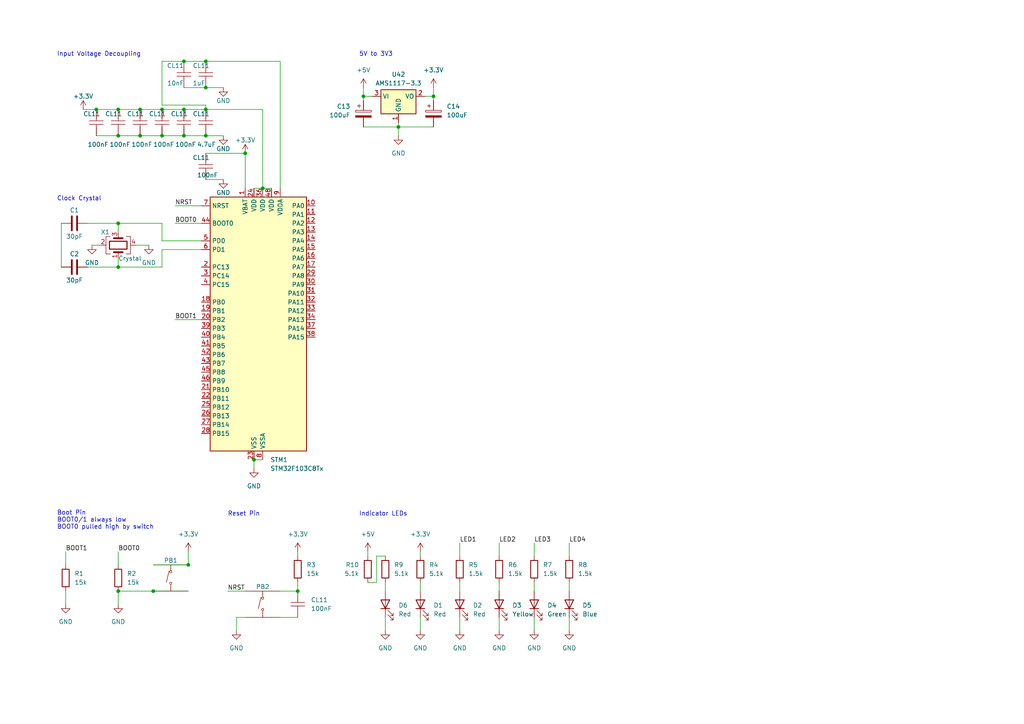
<source format=kicad_sch>
(kicad_sch (version 20230121) (generator eeschema)
  (paper "A4")
  (lib_symbols
    (symbol "CL05B104KO5NNNC_1" (pin_numbers hide) (pin_names hide)
      (property "Reference" "C" (at 0 1.27 0))
      (property "Value" "100nF" (at 0 -2.54 0))
      (symbol "CL05B104KO5NNNC_1_0_1"
        (polyline (pts (xy -1.27 0) (xy -0.508 0)))
        (polyline (pts (xy -0.508 2.032) (xy -0.508 -2.032)))
        (polyline (pts (xy 0.508 0) (xy 1.27 0)))
        (polyline (pts (xy 0.508 2.032) (xy 0.508 -2.032)))
        (pin input line (at -3.81 0 0) (length 2.54) (name "1") (number "1"))
        (pin input line (at 3.81 0 180) (length 2.54) (name "2") (number "2"))
      )
    )
    (symbol "CL05B104KO5NNNC_2" (pin_numbers hide) (pin_names hide)
      (property "Reference" "C" (at 0 1.27 0))
      (property "Value" "100nF" (at 0 -2.54 0))
      (symbol "CL05B104KO5NNNC_2_0_1"
        (polyline (pts (xy -1.27 0) (xy -0.508 0)))
        (polyline (pts (xy -0.508 2.032) (xy -0.508 -2.032)))
        (polyline (pts (xy 0.508 0) (xy 1.27 0)))
        (polyline (pts (xy 0.508 2.032) (xy 0.508 -2.032)))
        (pin input line (at -3.81 0 0) (length 2.54) (name "1") (number "1"))
        (pin input line (at 3.81 0 180) (length 2.54) (name "2") (number "2"))
      )
    )
    (symbol "CL05B104KO5NNNC_3" (pin_numbers hide) (pin_names hide)
      (property "Reference" "C" (at 0 1.27 0))
      (property "Value" "100nF" (at 0 -2.54 0))
      (symbol "CL05B104KO5NNNC_3_0_1"
        (polyline (pts (xy -1.27 0) (xy -0.508 0)))
        (polyline (pts (xy -0.508 2.032) (xy -0.508 -2.032)))
        (polyline (pts (xy 0.508 0) (xy 1.27 0)))
        (polyline (pts (xy 0.508 2.032) (xy 0.508 -2.032)))
        (pin input line (at -3.81 0 0) (length 2.54) (name "1") (number "1"))
        (pin input line (at 3.81 0 180) (length 2.54) (name "2") (number "2"))
      )
    )
    (symbol "CL05B104KO5NNNC_4" (pin_numbers hide) (pin_names hide)
      (property "Reference" "C" (at 0 1.27 0))
      (property "Value" "100nF" (at 0 -2.54 0))
      (symbol "CL05B104KO5NNNC_4_0_1"
        (polyline (pts (xy -1.27 0) (xy -0.508 0)))
        (polyline (pts (xy -0.508 2.032) (xy -0.508 -2.032)))
        (polyline (pts (xy 0.508 0) (xy 1.27 0)))
        (polyline (pts (xy 0.508 2.032) (xy 0.508 -2.032)))
        (pin input line (at -3.81 0 0) (length 2.54) (name "1") (number "1"))
        (pin input line (at 3.81 0 180) (length 2.54) (name "2") (number "2"))
      )
    )
    (symbol "CL05B104KO5NNNC_5" (pin_numbers hide) (pin_names hide)
      (property "Reference" "C" (at 0 1.27 0))
      (property "Value" "100nF" (at 0 -2.54 0))
      (symbol "CL05B104KO5NNNC_5_0_1"
        (polyline (pts (xy -1.27 0) (xy -0.508 0)))
        (polyline (pts (xy -0.508 2.032) (xy -0.508 -2.032)))
        (polyline (pts (xy 0.508 0) (xy 1.27 0)))
        (polyline (pts (xy 0.508 2.032) (xy 0.508 -2.032)))
        (pin input line (at -3.81 0 0) (length 2.54) (name "1") (number "1"))
        (pin input line (at 3.81 0 180) (length 2.54) (name "2") (number "2"))
      )
    )
    (symbol "CL05B104KO5NNNC_6" (pin_numbers hide) (pin_names hide)
      (property "Reference" "C" (at 0 1.27 0))
      (property "Value" "100nF" (at 0 -2.54 0))
      (symbol "CL05B104KO5NNNC_6_0_1"
        (polyline (pts (xy -1.27 0) (xy -0.508 0)))
        (polyline (pts (xy -0.508 2.032) (xy -0.508 -2.032)))
        (polyline (pts (xy 0.508 0) (xy 1.27 0)))
        (polyline (pts (xy 0.508 2.032) (xy 0.508 -2.032)))
        (pin input line (at -3.81 0 0) (length 2.54) (name "1") (number "1"))
        (pin input line (at 3.81 0 180) (length 2.54) (name "2") (number "2"))
      )
    )
    (symbol "CL05B104KO5NNNC_7" (pin_numbers hide) (pin_names hide)
      (property "Reference" "C" (at 0 1.27 0))
      (property "Value" "100nF" (at 0 -2.54 0))
      (symbol "CL05B104KO5NNNC_7_0_1"
        (polyline (pts (xy -1.27 0) (xy -0.508 0)))
        (polyline (pts (xy -0.508 2.032) (xy -0.508 -2.032)))
        (polyline (pts (xy 0.508 0) (xy 1.27 0)))
        (polyline (pts (xy 0.508 2.032) (xy 0.508 -2.032)))
        (pin input line (at -3.81 0 0) (length 2.54) (name "1") (number "1"))
        (pin input line (at 3.81 0 180) (length 2.54) (name "2") (number "2"))
      )
    )
    (symbol "CL05B104KO5NNNC_8" (pin_numbers hide) (pin_names hide)
      (property "Reference" "C" (at 0 1.27 0))
      (property "Value" "100nF" (at 0 -2.54 0))
      (symbol "CL05B104KO5NNNC_8_0_1"
        (polyline (pts (xy -1.27 0) (xy -0.508 0)))
        (polyline (pts (xy -0.508 2.032) (xy -0.508 -2.032)))
        (polyline (pts (xy 0.508 0) (xy 1.27 0)))
        (polyline (pts (xy 0.508 2.032) (xy 0.508 -2.032)))
        (pin input line (at -3.81 0 0) (length 2.54) (name "1") (number "1"))
        (pin input line (at 3.81 0 180) (length 2.54) (name "2") (number "2"))
      )
    )
    (symbol "Device:C" (pin_numbers hide) (pin_names (offset 0.254))
      (property "Reference" "C" (at 0.635 2.54 0))
      (property "Value" "C" (at 0.635 -2.54 0))
      (symbol "C_0_1"
        (polyline (pts (xy -2.032 -0.762) (xy 2.032 -0.762)) (stroke (width 0.508)))
        (polyline (pts (xy -2.032 0.762) (xy 2.032 0.762)) (stroke (width 0.508)))
      )
      (symbol "C_1_1"
        (pin passive line (at 0 3.81 270) (length 2.794) (name "~") (number "1"))
        (pin passive line (at 0 -3.81 90) (length 2.794) (name "~") (number "2"))
      )
    )
    (symbol "Device:C_Polarized" (pin_numbers hide) (pin_names (offset 0.254))
      (property "Reference" "C" (at 0.635 2.54 0))
      (property "Value" "C_Polarized" (at 0.635 -2.54 0))
      (symbol "C_Polarized_0_1"
        (rectangle (start -2.286 0.508) (end 2.286 1.016))
        (polyline (pts (xy -1.778 2.286) (xy -0.762 2.286)))
        (polyline (pts (xy -1.27 2.794) (xy -1.27 1.778)))
        (rectangle (start 2.286 -0.508) (end -2.286 -1.016) (fill (type outline)))
      )
      (symbol "C_Polarized_1_1"
        (pin passive line (at 0 3.81 270) (length 2.794) (name "~") (number "1"))
        (pin passive line (at 0 -3.81 90) (length 2.794) (name "~") (number "2"))
      )
    )
    (symbol "Device:Crystal_GND24" (pin_names (offset 1.016) hide)
      (property "Reference" "Y" (at 3.175 5.08 0))
      (property "Value" "Crystal_GND24" (at 3.175 3.175 0))
      (symbol "Crystal_GND24_0_1"
        (rectangle (start -1.143 2.54) (end 1.143 -2.54) (stroke (width 0.3048)))
        (polyline (pts (xy -2.54 0) (xy -2.032 0)))
        (polyline (pts (xy -2.032 -1.27) (xy -2.032 1.27)) (stroke (width 0.508)))
        (polyline (pts (xy 0 -3.81) (xy 0 -3.556)))
        (polyline (pts (xy 0 3.556) (xy 0 3.81)))
        (polyline (pts (xy 2.032 -1.27) (xy 2.032 1.27)) (stroke (width 0.508)))
        (polyline (pts (xy 2.032 0) (xy 2.54 0)))
        (polyline (pts (xy -2.54 -2.286) (xy -2.54 -3.556) (xy 2.54 -3.556) (xy 2.54 -2.286)))
        (polyline (pts (xy -2.54 2.286) (xy -2.54 3.556) (xy 2.54 3.556) (xy 2.54 2.286)))
      )
      (symbol "Crystal_GND24_1_1"
        (pin passive line (at -3.81 0 0) (length 1.27) (name "1") (number "1"))
        (pin passive line (at 0 5.08 270) (length 1.27) (name "2") (number "2"))
        (pin passive line (at 3.81 0 180) (length 1.27) (name "3") (number "3"))
        (pin passive line (at 0 -5.08 90) (length 1.27) (name "4") (number "4"))
      )
    )
    (symbol "Device:LED" (pin_numbers hide) (pin_names (offset 1.016) hide)
      (property "Reference" "D" (at 0 2.54 0))
      (property "Value" "LED" (at 0 -2.54 0))
      (symbol "LED_0_1"
        (polyline (pts (xy -1.27 -1.27) (xy -1.27 1.27)) (stroke (width 0.254)))
        (polyline (pts (xy -1.27 0) (xy 1.27 0)))
        (polyline (pts (xy 1.27 -1.27) (xy 1.27 1.27) (xy -1.27 0) (xy 1.27 -1.27)) (stroke (width 0.254)))
        (polyline (pts (xy -3.048 -0.762) (xy -4.572 -2.286) (xy -3.81 -2.286) (xy -4.572 -2.286) (xy -4.572 -1.524)))
        (polyline (pts (xy -1.778 -0.762) (xy -3.302 -2.286) (xy -2.54 -2.286) (xy -3.302 -2.286) (xy -3.302 -1.524)))
      )
      (symbol "LED_1_1"
        (pin passive line (at -3.81 0 0) (length 2.54) (name "K") (number "1"))
        (pin passive line (at 3.81 0 180) (length 2.54) (name "A") (number "2"))
      )
    )
    (symbol "Device:R" (pin_numbers hide) (pin_names (offset 0) hide)
      (property "Reference" "R" (at 2.032 0 90))
      (property "Value" "R" (at 0 0 90))
      (symbol "R_0_1"
        (rectangle (start -1.016 -2.54) (end 1.016 2.54) (stroke (width 0.254)))
      )
      (symbol "R_1_1"
        (pin passive line (at 0 3.81 270) (length 1.27) (name "~") (number "1"))
        (pin passive line (at 0 -3.81 90) (length 1.27) (name "~") (number "2"))
      )
    )
    (symbol "JLCPCB:CL05B104KO5NNNC" (pin_numbers hide) (pin_names hide)
      (property "Reference" "C" (at 0 1.27 0))
      (property "Value" "100nF" (at 0 -2.54 0))
      (symbol "CL05B104KO5NNNC_0_1"
        (polyline (pts (xy -1.27 0) (xy -0.508 0)))
        (polyline (pts (xy -0.508 2.032) (xy -0.508 -2.032)))
        (polyline (pts (xy 0.508 0) (xy 1.27 0)))
        (polyline (pts (xy 0.508 2.032) (xy 0.508 -2.032)))
        (pin input line (at -3.81 0 0) (length 2.54) (name "1") (number "1"))
        (pin input line (at 3.81 0 180) (length 2.54) (name "2") (number "2"))
      )
    )
    (symbol "JLCPCB:TS-1187A-B-A-B" (pin_numbers hide) (pin_names hide)
      (property "Reference" "U" (at 0 1.27 0))
      (property "Value" "TS-1187A-B-A-B" (at 0 -2.54 0))
      (symbol "TS-1187A-B-A-B_0_1"
        (circle (center 0 -2.794) (radius 0.3175) (fill (type background)))
        (polyline (pts (xy -2.54 -5.08) (xy 2.54 -5.08)))
        (polyline (pts (xy -2.54 2.54) (xy 2.54 2.54)))
        (polyline (pts (xy -0.508 0.762) (xy -1.27 -2.54)))
        (polyline (pts (xy 0 -3.302) (xy 0 -5.08)))
        (polyline (pts (xy 0 0.762) (xy 0 2.54)))
        (circle (center 0 0.508) (radius 0.3175) (fill (type background)))
        (pin unspecified line (at -5.08 2.54 0) (length 2.54) (name "A") (number "1"))
        (pin unspecified line (at 5.08 2.54 180) (length 2.54) (name "B") (number "2"))
        (pin unspecified line (at -5.08 -5.08 0) (length 2.54) (name "C") (number "3"))
        (pin unspecified line (at 5.08 -5.08 180) (length 2.54) (name "D") (number "4"))
      )
    )
    (symbol "MCU_ST_STM32F1:STM32F103C8Tx"
      (property "Reference" "U" (at -12.7 39.37 0))
      (property "Value" "STM32F103C8Tx" (at 10.16 39.37 0))
      (symbol "STM32F103C8Tx_0_1"
        (rectangle (start -12.7 -35.56) (end 15.24 38.1) (stroke (width 0.254)) (fill (type background)))
      )
      (symbol "STM32F103C8Tx_1_1"
        (pin power_in line (at -2.54 40.64 270) (length 2.54) (name "VBAT") (number "1"))
        (pin bidirectional line (at 17.78 35.56 180) (length 2.54) (name "PA0") (number "10"))
        (pin bidirectional line (at 17.78 33.02 180) (length 2.54) (name "PA1") (number "11"))
        (pin bidirectional line (at 17.78 30.48 180) (length 2.54) (name "PA2") (number "12"))
        (pin bidirectional line (at 17.78 27.94 180) (length 2.54) (name "PA3") (number "13"))
        (pin bidirectional line (at 17.78 25.4 180) (length 2.54) (name "PA4") (number "14"))
        (pin bidirectional line (at 17.78 22.86 180) (length 2.54) (name "PA5") (number "15"))
        (pin bidirectional line (at 17.78 20.32 180) (length 2.54) (name "PA6") (number "16"))
        (pin bidirectional line (at 17.78 17.78 180) (length 2.54) (name "PA7") (number "17"))
        (pin bidirectional line (at -15.24 7.62 0) (length 2.54) (name "PB0") (number "18"))
        (pin bidirectional line (at -15.24 5.08 0) (length 2.54) (name "PB1") (number "19"))
        (pin bidirectional line (at -15.24 17.78 0) (length 2.54) (name "PC13") (number "2"))
        (pin bidirectional line (at -15.24 2.54 0) (length 2.54) (name "PB2") (number "20"))
        (pin bidirectional line (at -15.24 -17.78 0) (length 2.54) (name "PB10") (number "21"))
        (pin bidirectional line (at -15.24 -20.32 0) (length 2.54) (name "PB11") (number "22"))
        (pin power_in line (at 0 -38.1 90) (length 2.54) (name "VSS") (number "23"))
        (pin power_in line (at 0 40.64 270) (length 2.54) (name "VDD") (number "24"))
        (pin bidirectional line (at -15.24 -22.86 0) (length 2.54) (name "PB12") (number "25"))
        (pin bidirectional line (at -15.24 -25.4 0) (length 2.54) (name "PB13") (number "26"))
        (pin bidirectional line (at -15.24 -27.94 0) (length 2.54) (name "PB14") (number "27"))
        (pin bidirectional line (at -15.24 -30.48 0) (length 2.54) (name "PB15") (number "28"))
        (pin bidirectional line (at 17.78 15.24 180) (length 2.54) (name "PA8") (number "29"))
        (pin bidirectional line (at -15.24 15.24 0) (length 2.54) (name "PC14") (number "3"))
        (pin bidirectional line (at 17.78 12.7 180) (length 2.54) (name "PA9") (number "30"))
        (pin bidirectional line (at 17.78 10.16 180) (length 2.54) (name "PA10") (number "31"))
        (pin bidirectional line (at 17.78 7.62 180) (length 2.54) (name "PA11") (number "32"))
        (pin bidirectional line (at 17.78 5.08 180) (length 2.54) (name "PA12") (number "33"))
        (pin bidirectional line (at 17.78 2.54 180) (length 2.54) (name "PA13") (number "34"))
        (pin passive line (at 0 -38.1 90) (length 2.54) hide (name "VSS") (number "35"))
        (pin power_in line (at 2.54 40.64 270) (length 2.54) (name "VDD") (number "36"))
        (pin bidirectional line (at 17.78 0 180) (length 2.54) (name "PA14") (number "37"))
        (pin bidirectional line (at 17.78 -2.54 180) (length 2.54) (name "PA15") (number "38"))
        (pin bidirectional line (at -15.24 0 0) (length 2.54) (name "PB3") (number "39"))
        (pin bidirectional line (at -15.24 12.7 0) (length 2.54) (name "PC15") (number "4"))
        (pin bidirectional line (at -15.24 -2.54 0) (length 2.54) (name "PB4") (number "40"))
        (pin bidirectional line (at -15.24 -5.08 0) (length 2.54) (name "PB5") (number "41"))
        (pin bidirectional line (at -15.24 -7.62 0) (length 2.54) (name "PB6") (number "42"))
        (pin bidirectional line (at -15.24 -10.16 0) (length 2.54) (name "PB7") (number "43"))
        (pin input line (at -15.24 30.48 0) (length 2.54) (name "BOOT0") (number "44"))
        (pin bidirectional line (at -15.24 -12.7 0) (length 2.54) (name "PB8") (number "45"))
        (pin bidirectional line (at -15.24 -15.24 0) (length 2.54) (name "PB9") (number "46"))
        (pin passive line (at 0 -38.1 90) (length 2.54) hide (name "VSS") (number "47"))
        (pin power_in line (at 5.08 40.64 270) (length 2.54) (name "VDD") (number "48"))
        (pin bidirectional line (at -15.24 25.4 0) (length 2.54) (name "PD0") (number "5"))
        (pin bidirectional line (at -15.24 22.86 0) (length 2.54) (name "PD1") (number "6"))
        (pin input line (at -15.24 35.56 0) (length 2.54) (name "NRST") (number "7"))
        (pin power_in line (at 2.54 -38.1 90) (length 2.54) (name "VSSA") (number "8"))
        (pin power_in line (at 7.62 40.64 270) (length 2.54) (name "VDDA") (number "9"))
      )
    )
    (symbol "Regulator_Linear:AMS1117-3.3"
      (property "Reference" "U" (at -3.81 3.175 0))
      (property "Value" "AMS1117-3.3" (at 0 3.175 0))
      (symbol "AMS1117-3.3_0_1"
        (rectangle (start -5.08 -5.08) (end 5.08 1.905) (stroke (width 0.254)) (fill (type background)))
      )
      (symbol "AMS1117-3.3_1_1"
        (pin power_in line (at 0 -7.62 90) (length 2.54) (name "GND") (number "1"))
        (pin power_out line (at 7.62 0 180) (length 2.54) (name "VO") (number "2"))
        (pin power_in line (at -7.62 0 0) (length 2.54) (name "VI") (number "3"))
      )
    )
    (symbol "power:+3.3V" (power) (pin_names (offset 0))
      (property "Value" "+3.3V" (at 0 3.556 0))
      (symbol "+3.3V_0_1"
        (polyline (pts (xy -0.762 1.27) (xy 0 2.54)))
        (polyline (pts (xy 0 0) (xy 0 2.54)))
        (polyline (pts (xy 0 2.54) (xy 0.762 1.27)))
      )
      (symbol "+3.3V_1_1"
        (pin power_in line (at 0 0 90) (length 0) hide (name "+3.3V") (number "1"))
      )
    )
    (symbol "power:+5V" (power) (pin_names (offset 0))
      (property "Value" "+5V" (at 0 3.556 0))
      (symbol "+5V_0_1"
        (polyline (pts (xy -0.762 1.27) (xy 0 2.54)))
        (polyline (pts (xy 0 0) (xy 0 2.54)))
        (polyline (pts (xy 0 2.54) (xy 0.762 1.27)))
      )
      (symbol "+5V_1_1"
        (pin power_in line (at 0 0 90) (length 0) hide (name "+5V") (number "1"))
      )
    )
    (symbol "power:GND" (power) (pin_names (offset 0))
      (property "Value" "GND" (at 0 -3.81 0))
      (symbol "GND_0_1"
        (polyline (pts (xy 0 0) (xy 0 -1.27) (xy 1.27 -1.27) (xy 0 -2.54) (xy -1.27 -1.27) (xy 0 -1.27)))
      )
      (symbol "GND_1_1"
        (pin power_in line (at 0 0 270) (length 0) hide (name "GND") (number "1"))
      )
    )
  )
  (junction (at 40.64 31.75))
  (junction (at 46.99 39.37))
  (junction (at 86.36 171.45))
  (junction (at 34.29 31.75))
  (junction (at 34.29 39.37))
  (junction (at 59.69 25.4))
  (junction (at 125.73 27.94))
  (junction (at 40.64 39.37))
  (junction (at 44.45 171.45))
  (junction (at 34.29 64.77))
  (junction (at 59.69 31.75))
  (junction (at 53.34 17.78))
  (junction (at 27.94 31.75))
  (junction (at 115.57 36.83))
  (junction (at 46.99 31.75))
  (junction (at 53.34 39.37))
  (junction (at 76.2 54.61))
  (junction (at 59.69 17.78))
  (junction (at 34.29 77.47))
  (junction (at 54.61 163.83))
  (junction (at 53.34 31.75))
  (junction (at 105.41 27.94))
  (junction (at 59.69 39.37))
  (junction (at 73.66 133.35))
  (junction (at 71.12 44.45))
  (junction (at 34.29 171.45))
  (wire (pts (xy 58.42 72.39) (xy 46.99 72.39)))
  (wire (pts (xy 66.04 171.45) (xy 71.12 171.45)))
  (wire (pts (xy 46.99 77.47) (xy 34.29 77.47)))
  (wire (pts (xy 154.94 157.48) (xy 154.94 161.29)))
  (wire (pts (xy 109.22 168.91) (xy 109.22 161.29)))
  (wire (pts (xy 115.57 35.56) (xy 115.57 36.83)))
  (wire (pts (xy 59.69 25.4) (xy 64.77 25.4)))
  (wire (pts (xy 19.05 160.02) (xy 19.05 163.83)))
  (wire (pts (xy 34.29 171.45) (xy 44.45 171.45)))
  (wire (pts (xy 46.99 17.78) (xy 53.34 17.78)))
  (wire (pts (xy 34.29 64.77) (xy 46.99 64.77)))
  (wire (pts (xy 154.94 179.07) (xy 154.94 182.88)))
  (wire (pts (xy 46.99 17.78) (xy 46.99 30.48)))
  (wire (pts (xy 144.78 157.48) (xy 144.78 161.29)))
  (wire (pts (xy 165.1 168.91) (xy 165.1 171.45)))
  (wire (pts (xy 46.99 64.77) (xy 46.99 69.85)))
  (wire (pts (xy 25.4 64.77) (xy 34.29 64.77)))
  (wire (pts (xy 76.2 54.61) (xy 78.74 54.61)))
  (wire (pts (xy 76.2 31.75) (xy 76.2 54.61)))
  (wire (pts (xy 107.95 27.94) (xy 105.41 27.94)))
  (wire (pts (xy 121.92 168.91) (xy 121.92 171.45)))
  (wire (pts (xy 53.34 39.37) (xy 59.69 39.37)))
  (wire (pts (xy 19.05 171.45) (xy 19.05 175.26)))
  (wire (pts (xy 26.67 71.12) (xy 29.21 71.12)))
  (wire (pts (xy 115.57 39.37) (xy 115.57 36.83)))
  (wire (pts (xy 81.28 179.07) (xy 86.36 179.07)))
  (wire (pts (xy 165.1 179.07) (xy 165.1 182.88)))
  (wire (pts (xy 73.66 54.61) (xy 76.2 54.61)))
  (wire (pts (xy 144.78 168.91) (xy 144.78 171.45)))
  (wire (pts (xy 165.1 157.48) (xy 165.1 161.29)))
  (wire (pts (xy 50.8 64.77) (xy 58.42 64.77)))
  (wire (pts (xy 73.66 133.35) (xy 76.2 133.35)))
  (wire (pts (xy 25.4 77.47) (xy 34.29 77.47)))
  (wire (pts (xy 50.8 92.71) (xy 58.42 92.71)))
  (wire (pts (xy 73.66 133.35) (xy 73.66 135.89)))
  (wire (pts (xy 34.29 171.45) (xy 34.29 175.26)))
  (wire (pts (xy 123.19 27.94) (xy 125.73 27.94)))
  (wire (pts (xy 24.13 31.75) (xy 27.94 31.75)))
  (wire (pts (xy 115.57 36.83) (xy 125.73 36.83)))
  (wire (pts (xy 46.99 72.39) (xy 46.99 77.47)))
  (wire (pts (xy 59.69 30.48) (xy 59.69 31.75)))
  (wire (pts (xy 86.36 160.02) (xy 86.36 161.29)))
  (wire (pts (xy 46.99 69.85) (xy 58.42 69.85)))
  (wire (pts (xy 111.76 168.91) (xy 111.76 171.45)))
  (wire (pts (xy 133.35 157.48) (xy 133.35 161.29)))
  (wire (pts (xy 40.64 39.37) (xy 46.99 39.37)))
  (wire (pts (xy 71.12 44.45) (xy 71.12 54.61)))
  (wire (pts (xy 34.29 31.75) (xy 40.64 31.75)))
  (wire (pts (xy 27.94 39.37) (xy 34.29 39.37)))
  (wire (pts (xy 105.41 27.94) (xy 105.41 29.21)))
  (wire (pts (xy 81.28 17.78) (xy 81.28 54.61)))
  (wire (pts (xy 105.41 36.83) (xy 115.57 36.83)))
  (wire (pts (xy 111.76 179.07) (xy 111.76 182.88)))
  (wire (pts (xy 68.58 179.07) (xy 71.12 179.07)))
  (wire (pts (xy 17.78 64.77) (xy 17.78 77.47)))
  (wire (pts (xy 105.41 27.94) (xy 105.41 25.4)))
  (wire (pts (xy 125.73 25.4) (xy 125.73 27.94)))
  (wire (pts (xy 44.45 163.83) (xy 54.61 163.83)))
  (wire (pts (xy 50.8 59.69) (xy 58.42 59.69)))
  (wire (pts (xy 144.78 179.07) (xy 144.78 182.88)))
  (wire (pts (xy 64.77 39.37) (xy 59.69 39.37)))
  (wire (pts (xy 81.28 171.45) (xy 86.36 171.45)))
  (wire (pts (xy 53.34 17.78) (xy 59.69 17.78)))
  (wire (pts (xy 40.64 31.75) (xy 46.99 31.75)))
  (wire (pts (xy 34.29 77.47) (xy 34.29 74.93)))
  (wire (pts (xy 59.69 44.45) (xy 71.12 44.45)))
  (wire (pts (xy 68.58 179.07) (xy 68.58 182.88)))
  (wire (pts (xy 125.73 29.21) (xy 125.73 27.94)))
  (wire (pts (xy 86.36 168.91) (xy 86.36 171.45)))
  (wire (pts (xy 53.34 25.4) (xy 59.69 25.4)))
  (wire (pts (xy 34.29 160.02) (xy 34.29 163.83)))
  (wire (pts (xy 39.37 71.12) (xy 43.18 71.12)))
  (wire (pts (xy 34.29 39.37) (xy 40.64 39.37)))
  (wire (pts (xy 133.35 168.91) (xy 133.35 171.45)))
  (wire (pts (xy 27.94 31.75) (xy 34.29 31.75)))
  (wire (pts (xy 133.35 179.07) (xy 133.35 182.88)))
  (wire (pts (xy 109.22 161.29) (xy 111.76 161.29)))
  (wire (pts (xy 154.94 168.91) (xy 154.94 171.45)))
  (wire (pts (xy 54.61 160.02) (xy 54.61 163.83)))
  (wire (pts (xy 106.68 160.02) (xy 106.68 161.29)))
  (wire (pts (xy 34.29 64.77) (xy 34.29 67.31)))
  (wire (pts (xy 106.68 168.91) (xy 109.22 168.91)))
  (wire (pts (xy 59.69 31.75) (xy 76.2 31.75)))
  (wire (pts (xy 64.77 52.07) (xy 59.69 52.07)))
  (wire (pts (xy 53.34 39.37) (xy 46.99 39.37)))
  (wire (pts (xy 53.34 31.75) (xy 46.99 31.75)))
  (wire (pts (xy 59.69 31.75) (xy 53.34 31.75)))
  (wire (pts (xy 46.99 30.48) (xy 59.69 30.48)))
  (wire (pts (xy 121.92 160.02) (xy 121.92 161.29)))
  (wire (pts (xy 121.92 179.07) (xy 121.92 182.88)))
  (wire (pts (xy 59.69 17.78) (xy 81.28 17.78)))
  (wire (pts (xy 44.45 171.45) (xy 54.61 171.45)))
  (text "Boot Pin\nBOOT0/1 always low\nBOOT0 pulled high by switch\n" (at 16.51 153.67 0) (effects (font (size 1.27 1.27)) (justify left bottom)))
  (text "Reset Pin" (at 66.04 149.86 0) (effects (font (size 1.27 1.27)) (justify left bottom)))
  (text "5V to 3V3" (at 104.14 16.51 0) (effects (font (size 1.27 1.27)) (justify left bottom)))
  (text "Indicator LEDs" (at 104.14 149.86 0) (effects (font (size 1.27 1.27)) (justify left bottom)))
  (text "Input Voltage Decoupling" (at 16.51 16.51 0) (effects (font (size 1.27 1.27)) (justify left bottom)))
  (text "Clock Crystal" (at 16.51 58.42 0) (effects (font (size 1.27 1.27)) (justify left bottom)))
  (label "LED2" (at 144.78 157.48 0))
  (label "NRST" (at 66.04 171.45 0))
  (label "BOOT1" (at 19.05 160.02 0))
  (label "LED1" (at 133.35 157.48 0))
  (label "LED3" (at 154.94 157.48 0))
  (label "LED4" (at 165.1 157.48 0))
  (label "BOOT0" (at 34.29 160.02 0))
  (label "NRST" (at 50.8 59.69 0))
  (label "BOOT1" (at 50.8 92.71 0))
  (label "BOOT0" (at 50.8 64.77 0))
  (symbol (lib_id "Device:Crystal_GND24") (at 34.29 71.12 90) (unit 1)
    (property "Reference" "X1" (at 29.21 67.31 90) (effects (justify right)))
    (property "Value" "Crystal" (at 34.29 74.93 90) (effects (justify right)))
    (property "Footprint" "Crystal:Crystal_SMD_3225-4Pin_3.2x2.5mm" (effects hide))
    (property "LCSC" "C9002" (effects hide))
  )
  (symbol (lib_id "power:+5V") (at 105.41 25.4 0) (unit 1)
    (property "Reference" "#PWR0214" (effects hide))
    (property "Value" "+5V" (at 105.41 20.32 0))
  )
  (symbol (lib_id "power:GND") (at 73.66 135.89 0) (unit 1)
    (property "Reference" "#PWR0205" (effects hide))
    (property "Value" "GND" (at 73.66 140.97 0))
  )
  (symbol (lib_id "Device:LED") (at 111.76 175.26 90) (unit 1)
    (property "Reference" "D6" (at 115.57 175.5775 90) (effects (justify right)))
    (property "Value" "Red" (at 115.57 178.1175 90) (effects (justify right)))
    (property "Footprint" "LED_SMD:LED_0603_1608Metric" (effects hide))
    (property "Datasheet" "https://jlcpcb.com/partdetail/Hubei_KentoElec-KT0603R/C2286" (effects hide))
    (property "LCSC" "C2286" (effects hide))
  )
  (symbol (lib_id "Device:R") (at 165.1 165.1 0) (unit 1)
    (property "Reference" "R8" (at 167.64 163.83 0) (effects (justify left)))
    (property "Value" "1.5k" (at 167.64 166.37 0) (effects (justify left)))
    (property "Footprint" "Resistor_SMD:R_0402_1005Metric" (effects hide))
    (property "Datasheet" "https://jlcpcb.com/partdetail/26610-0402WGF1501TCE/C25867" (effects hide))
    (property "LCSC" "C25867" (effects hide))
  )
  (symbol (lib_id "Device:R") (at 106.68 165.1 0) (unit 1)
    (property "Reference" "R10" (at 104.14 163.83 0) (effects (justify right)))
    (property "Value" "5.1k" (at 104.14 166.37 0) (effects (justify right)))
    (property "Footprint" "Resistor_SMD:R_0402_1005Metric" (effects hide))
    (property "Datasheet" "https://jlcpcb.com/partdetail/26648-0402WGF5101TCE/C25905" (effects hide))
    (property "LCSC" "C25905" (effects hide))
  )
  (symbol (lib_id "Device:LED") (at 154.94 175.26 90) (unit 1)
    (property "Reference" "D4" (at 158.75 175.5775 90) (effects (justify right)))
    (property "Value" "Green" (at 158.75 178.1175 90) (effects (justify right)))
    (property "Footprint" "LED_SMD:LED_0603_1608Metric" (effects hide))
    (property "Datasheet" "https://jlcpcb.com/partdetail/EverlightElec-19_217_GHC_YR1S23T/C72043" (effects hide))
    (property "LCSC" "C72043" (effects hide))
  )
  (symbol (lib_id "power:GND") (at 154.94 182.88 0) (unit 1)
    (property "Reference" "#PWR0210" (effects hide))
    (property "Value" "GND" (at 154.94 187.96 0))
  )
  (symbol (lib_id "Device:R") (at 111.76 165.1 0) (unit 1)
    (property "Reference" "R9" (at 114.3 163.83 0) (effects (justify left)))
    (property "Value" "5.1k" (at 114.3 166.37 0) (effects (justify left)))
    (property "Footprint" "Resistor_SMD:R_0402_1005Metric" (effects hide))
    (property "Datasheet" "https://jlcpcb.com/partdetail/26648-0402WGF5101TCE/C25905" (effects hide))
    (property "LCSC" "C25905" (effects hide))
  )
  (symbol (lib_id "Device:R") (at 121.92 165.1 0) (unit 1)
    (property "Reference" "R4" (at 124.46 163.83 0) (effects (justify left)))
    (property "Value" "5.1k" (at 124.46 166.37 0) (effects (justify left)))
    (property "Footprint" "Resistor_SMD:R_0402_1005Metric" (effects hide))
    (property "Datasheet" "https://jlcpcb.com/partdetail/26648-0402WGF5101TCE/C25905" (effects hide))
    (property "LCSC" "C25905" (effects hide))
  )
  (symbol (lib_id "Device:R") (at 154.94 165.1 0) (unit 1)
    (property "Reference" "R7" (at 157.48 163.83 0) (effects (justify left)))
    (property "Value" "1.5k" (at 157.48 166.37 0) (effects (justify left)))
    (property "Footprint" "Resistor_SMD:R_0402_1005Metric" (effects hide))
    (property "Datasheet" "https://jlcpcb.com/partdetail/26610-0402WGF1501TCE/C25867" (effects hide))
    (property "LCSC" "C25867" (effects hide))
  )
  (symbol (lib_id "Device:R") (at 144.78 165.1 0) (unit 1)
    (property "Reference" "R6" (at 147.32 163.83 0) (effects (justify left)))
    (property "Value" "1.5k" (at 147.32 166.37 0) (effects (justify left)))
    (property "Footprint" "Resistor_SMD:R_0402_1005Metric" (effects hide))
    (property "Datasheet" "https://jlcpcb.com/partdetail/26610-0402WGF1501TCE/C25867" (effects hide))
    (property "LCSC" "C25867" (effects hide))
  )
  (symbol (lib_id "power:GND") (at 34.29 175.26 0) (unit 1)
    (property "Reference" "#PWR0180" (effects hide))
    (property "Value" "GND" (at 34.29 180.34 0))
  )
  (symbol (lib_name "CL05B104KO5NNNC_4") (lib_id "JLCPCB:CL05B104KO5NNNC") (at 53.34 35.56 90) (unit 1)
    (property "Reference" "LEDC1" (at 49.53 33.02 90) (effects (justify right)))
    (property "Value" "100nF" (at 50.8 41.91 90) (effects (justify right)))
    (property "Footprint" "Capacitor_SMD:C_0402_1005Metric" (effects hide))
    (property "Datasheet" "https://item.szlcsc.com/15869.html" (effects hide))
    (property "LCSC" "C1525" (effects hide))
    (instances (project "PCB" (path "" (reference "CL11") (unit 1)) (path "" (reference "CL7") (unit 1)) (path "" (reference "CL36") (unit 1)) (path "" (reference "CL20") (unit 1)) (path "" (reference "CL37") (unit 1)) (path "" (reference "CL24") (unit 1)) (path "" (reference "CL9") (unit 1)) (path "" (reference "CL30") (unit 1)) (path "" (reference "CL41") (unit 1)) (path "" (reference "CL19") (unit 1)) (path "" (reference "CL16") (unit 1)) (path "" (reference "CL43") (unit 1)) (path "" (reference "CL2") (unit 1)) (path "" (reference "CL6") (unit 1)) (path "" (reference "CL39") (unit 1)) (path "" (reference "CL10") (unit 1)) (path "" (reference "CL1") (unit 1)) (path "" (reference "CL21") (unit 1)) (path "" (reference "CL23") (unit 1)) (path "" (reference "CL47") (unit 1)) (path "" (reference "CL29") (unit 1)) (path "" (reference "CL35") (unit 1)) (path "" (reference "CL8") (unit 1)) (path "" (reference "CL45") (unit 1)) (path "" (reference "CL13") (unit 1)) (path "" (reference "CL22") (unit 1)) (path "" (reference "CL46") (unit 1)) (path "" (reference "CL3") (unit 1)) (path "" (reference "CL33") (unit 1)) (path "" (reference "CL5") (unit 1)) (path "" (reference "CL27") (unit 1)) (path "" (reference "CL4") (unit 1)) (path "" (reference "CL40") (unit 1)) (path "" (reference "CL18") (unit 1)) (path "" (reference "CL34") (unit 1)) (path "" (reference "CL26") (unit 1)) (path "" (reference "CL32") (unit 1)) (path "" (reference "CL38") (unit 1)) (path "" (reference "CL31") (unit 1)) (path "" (reference "CL25") (unit 1)) (path "" (reference "CL28") (unit 1)) (path "" (reference "CL15") (unit 1)) (path "" (reference "CL12") (unit 1)) (path "" (reference "CL17") (unit 1)) (path "" (reference "CL14") (unit 1)) (path "" (reference "C8") (unit 1))))
  )
  (symbol (lib_id "power:+3.3V") (at 24.13 31.75 0) (unit 1)
    (property "Reference" "#PWR0178" (effects hide))
    (property "Value" "+3.3V" (at 24.13 27.94 0))
  )
  (symbol (lib_id "power:GND") (at 111.76 182.88 0) (unit 1)
    (property "Reference" "#PWR0213" (effects hide))
    (property "Value" "GND" (at 111.76 187.96 0))
  )
  (symbol (lib_id "power:GND") (at 26.67 71.12 0) (unit 1)
    (property "Reference" "#PWR0179" (effects hide))
    (property "Value" "GND" (at 26.67 76.2 0))
  )
  (symbol (lib_id "Device:C") (at 21.59 64.77 90) (unit 1)
    (property "Reference" "C1" (at 21.59 60.96 90))
    (property "Value" "30pF" (at 21.59 68.58 90))
    (property "Footprint" "Capacitor_SMD:C_0402_1005Metric" (effects hide))
    (property "Datasheet" "https://jlcpcb.com/partdetail/1922-0402CG300J500NT/C1570" (effects hide))
    (property "LCSC" "C1570" (effects hide))
  )
  (symbol (lib_id "Device:C") (at 21.59 77.47 90) (unit 1)
    (property "Reference" "C2" (at 21.59 73.66 90))
    (property "Value" "30pF" (at 21.59 81.28 90))
    (property "Footprint" "Capacitor_SMD:C_0402_1005Metric" (effects hide))
    (property "Datasheet" "https://jlcpcb.com/partdetail/1922-0402CG300J500NT/C1570" (effects hide))
    (property "LCSC" "C1570" (effects hide))
  )
  (symbol (lib_id "power:+3.3V") (at 86.36 160.02 0) (unit 1)
    (property "Reference" "#PWR0203" (effects hide))
    (property "Value" "+3.3V" (at 86.36 154.94 0))
  )
  (symbol (lib_id "Device:LED") (at 121.92 175.26 90) (unit 1)
    (property "Reference" "D1" (at 125.73 175.5775 90) (effects (justify right)))
    (property "Value" "Red" (at 125.73 178.1175 90) (effects (justify right)))
    (property "Footprint" "LED_SMD:LED_0603_1608Metric" (effects hide))
    (property "Datasheet" "https://jlcpcb.com/partdetail/Hubei_KentoElec-KT0603R/C2286" (effects hide))
    (property "LCSC" "C2286" (effects hide))
  )
  (symbol (lib_name "CL05B104KO5NNNC_2") (lib_id "JLCPCB:CL05B104KO5NNNC") (at 59.69 21.59 90) (unit 1)
    (property "Reference" "LEDC1" (at 55.88 19.05 90) (effects (justify right)))
    (property "Value" "1uF" (at 55.88 24.13 90) (effects (justify right)))
    (property "Footprint" "Capacitor_SMD:C_0402_1005Metric" (effects hide))
    (property "Datasheet" "https://jlcpcb.com/partdetail/53938-CL05A105KA5NQNC/C52923" (effects hide))
    (property "LCSC" "C52923" (effects hide))
    (instances (project "PCB" (path "" (reference "CL11") (unit 1)) (path "" (reference "CL7") (unit 1)) (path "" (reference "CL36") (unit 1)) (path "" (reference "CL20") (unit 1)) (path "" (reference "CL37") (unit 1)) (path "" (reference "CL24") (unit 1)) (path "" (reference "CL9") (unit 1)) (path "" (reference "CL30") (unit 1)) (path "" (reference "CL41") (unit 1)) (path "" (reference "CL19") (unit 1)) (path "" (reference "CL16") (unit 1)) (path "" (reference "CL43") (unit 1)) (path "" (reference "CL2") (unit 1)) (path "" (reference "CL6") (unit 1)) (path "" (reference "CL39") (unit 1)) (path "" (reference "CL10") (unit 1)) (path "" (reference "CL1") (unit 1)) (path "" (reference "CL21") (unit 1)) (path "" (reference "CL23") (unit 1)) (path "" (reference "CL47") (unit 1)) (path "" (reference "CL29") (unit 1)) (path "" (reference "CL35") (unit 1)) (path "" (reference "CL8") (unit 1)) (path "" (reference "CL45") (unit 1)) (path "" (reference "CL13") (unit 1)) (path "" (reference "CL22") (unit 1)) (path "" (reference "CL46") (unit 1)) (path "" (reference "CL3") (unit 1)) (path "" (reference "CL33") (unit 1)) (path "" (reference "CL5") (unit 1)) (path "" (reference "CL27") (unit 1)) (path "" (reference "CL4") (unit 1)) (path "" (reference "CL40") (unit 1)) (path "" (reference "CL18") (unit 1)) (path "" (reference "CL34") (unit 1)) (path "" (reference "CL26") (unit 1)) (path "" (reference "CL32") (unit 1)) (path "" (reference "CL38") (unit 1)) (path "" (reference "CL31") (unit 1)) (path "" (reference "CL25") (unit 1)) (path "" (reference "CL28") (unit 1)) (path "" (reference "CL15") (unit 1)) (path "" (reference "CL12") (unit 1)) (path "" (reference "CL17") (unit 1)) (path "" (reference "CL14") (unit 1)) (path "" (reference "C9") (unit 1))))
  )
  (symbol (lib_id "JLCPCB:CL05B104KO5NNNC") (at 59.69 48.26 90) (unit 1)
    (property "Reference" "LEDC1" (at 55.88 45.72 90) (effects (justify right)))
    (property "Value" "100nF" (at 57.15 50.8 90) (effects (justify right)))
    (property "Footprint" "Capacitor_SMD:C_0402_1005Metric" (effects hide))
    (property "Datasheet" "https://item.szlcsc.com/15869.html" (effects hide))
    (property "LCSC" "C1525" (effects hide))
    (instances (project "PCB" (path "" (reference "CL11") (unit 1)) (path "" (reference "CL7") (unit 1)) (path "" (reference "CL36") (unit 1)) (path "" (reference "CL20") (unit 1)) (path "" (reference "CL37") (unit 1)) (path "" (reference "CL24") (unit 1)) (path "" (reference "CL9") (unit 1)) (path "" (reference "CL30") (unit 1)) (path "" (reference "CL41") (unit 1)) (path "" (reference "CL19") (unit 1)) (path "" (reference "CL16") (unit 1)) (path "" (reference "CL43") (unit 1)) (path "" (reference "CL2") (unit 1)) (path "" (reference "CL6") (unit 1)) (path "" (reference "CL39") (unit 1)) (path "" (reference "CL10") (unit 1)) (path "" (reference "CL1") (unit 1)) (path "" (reference "CL21") (unit 1)) (path "" (reference "CL23") (unit 1)) (path "" (reference "CL47") (unit 1)) (path "" (reference "CL29") (unit 1)) (path "" (reference "CL35") (unit 1)) (path "" (reference "CL8") (unit 1)) (path "" (reference "CL45") (unit 1)) (path "" (reference "CL13") (unit 1)) (path "" (reference "CL22") (unit 1)) (path "" (reference "CL46") (unit 1)) (path "" (reference "CL3") (unit 1)) (path "" (reference "CL33") (unit 1)) (path "" (reference "CL5") (unit 1)) (path "" (reference "CL27") (unit 1)) (path "" (reference "CL4") (unit 1)) (path "" (reference "CL40") (unit 1)) (path "" (reference "CL18") (unit 1)) (path "" (reference "CL34") (unit 1)) (path "" (reference "CL26") (unit 1)) (path "" (reference "CL32") (unit 1)) (path "" (reference "CL38") (unit 1)) (path "" (reference "CL31") (unit 1)) (path "" (reference "CL25") (unit 1)) (path "" (reference "CL28") (unit 1)) (path "" (reference "CL15") (unit 1)) (path "" (reference "CL12") (unit 1)) (path "" (reference "CL17") (unit 1)) (path "" (reference "CL14") (unit 1)) (path "" (reference "C11") (unit 1))))
  )
  (symbol (lib_id "Device:R") (at 19.05 167.64 0) (unit 1)
    (property "Reference" "R1" (at 21.59 166.37 0) (effects (justify left)))
    (property "Value" "15k" (at 21.59 168.91 0) (effects (justify left)))
    (property "Footprint" "Resistor_SMD:R_0402_1005Metric" (effects hide))
    (property "Datasheet" "https://jlcpcb.com/partdetail/26499-0402WGF1502TCE/C25756" (effects hide))
    (property "LCSC" "C25756" (effects hide))
  )
  (symbol (lib_id "MCU_ST_STM32F1:STM32F103C8Tx") (at 73.66 95.25 0) (unit 1)
    (property "Reference" "STM1" (at 78.3941 133.35 0) (effects (justify left)))
    (property "Value" "STM32F103C8Tx" (at 78.3941 135.89 0) (effects (justify left)))
    (property "Footprint" "Package_QFP:LQFP-48_7x7mm_P0.5mm" (effects hide))
    (property "Datasheet" "https://www.st.com/resource/en/datasheet/stm32f103c8.pdf" (effects hide))
    (property "LCSC" "C8734" (effects hide))
  )
  (symbol (lib_id "JLCPCB:TS-1187A-B-A-B") (at 76.2 173.99 0) (unit 1)
    (property "Reference" "PB2" (at 76.2 170.18 0))
    (property "Value" "TS-1187A-B-A-B" (effects hide))
    (property "Footprint" "footprint:SW-SMD_4P-L5.1-W5.1-P3.70-LS6.5-TL-2" (effects hide))
    (property "Datasheet" "https://item.szlcsc.com/300285.html" (effects hide))
    (property "LCSC" "C318884" (effects hide))
  )
  (symbol (lib_name "CL05B104KO5NNNC_5") (lib_id "JLCPCB:CL05B104KO5NNNC") (at 46.99 35.56 90) (unit 1)
    (property "Reference" "LEDC1" (at 43.18 33.02 90) (effects (justify right)))
    (property "Value" "100nF" (at 44.45 41.91 90) (effects (justify right)))
    (property "Footprint" "Capacitor_SMD:C_0402_1005Metric" (effects hide))
    (property "Datasheet" "https://item.szlcsc.com/15869.html" (effects hide))
    (property "LCSC" "C1525" (effects hide))
    (instances (project "PCB" (path "" (reference "CL11") (unit 1)) (path "" (reference "CL7") (unit 1)) (path "" (reference "CL36") (unit 1)) (path "" (reference "CL20") (unit 1)) (path "" (reference "CL37") (unit 1)) (path "" (reference "CL24") (unit 1)) (path "" (reference "CL9") (unit 1)) (path "" (reference "CL30") (unit 1)) (path "" (reference "CL41") (unit 1)) (path "" (reference "CL19") (unit 1)) (path "" (reference "CL16") (unit 1)) (path "" (reference "CL43") (unit 1)) (path "" (reference "CL2") (unit 1)) (path "" (reference "CL6") (unit 1)) (path "" (reference "CL39") (unit 1)) (path "" (reference "CL10") (unit 1)) (path "" (reference "CL1") (unit 1)) (path "" (reference "CL21") (unit 1)) (path "" (reference "CL23") (unit 1)) (path "" (reference "CL47") (unit 1)) (path "" (reference "CL29") (unit 1)) (path "" (reference "CL35") (unit 1)) (path "" (reference "CL8") (unit 1)) (path "" (reference "CL45") (unit 1)) (path "" (reference "CL13") (unit 1)) (path "" (reference "CL22") (unit 1)) (path "" (reference "CL46") (unit 1)) (path "" (reference "CL3") (unit 1)) (path "" (reference "CL33") (unit 1)) (path "" (reference "CL5") (unit 1)) (path "" (reference "CL27") (unit 1)) (path "" (reference "CL4") (unit 1)) (path "" (reference "CL40") (unit 1)) (path "" (reference "CL18") (unit 1)) (path "" (reference "CL34") (unit 1)) (path "" (reference "CL26") (unit 1)) (path "" (reference "CL32") (unit 1)) (path "" (reference "CL38") (unit 1)) (path "" (reference "CL31") (unit 1)) (path "" (reference "CL25") (unit 1)) (path "" (reference "CL28") (unit 1)) (path "" (reference "CL15") (unit 1)) (path "" (reference "CL12") (unit 1)) (path "" (reference "CL17") (unit 1)) (path "" (reference "CL14") (unit 1)) (path "" (reference "C6") (unit 1))))
  )
  (symbol (lib_id "power:+3.3V") (at 54.61 160.02 0) (unit 1)
    (property "Reference" "#PWR0186" (effects hide))
    (property "Value" "+3.3V" (at 54.61 154.94 0))
  )
  (symbol (lib_name "CL05B104KO5NNNC_8") (lib_id "JLCPCB:CL05B104KO5NNNC") (at 27.94 35.56 90) (unit 1)
    (property "Reference" "LEDC1" (at 24.13 33.02 90) (effects (justify right)))
    (property "Value" "100nF" (at 25.4 41.91 90) (effects (justify right)))
    (property "Footprint" "Capacitor_SMD:C_0402_1005Metric" (effects hide))
    (property "Datasheet" "https://item.szlcsc.com/15869.html" (effects hide))
    (property "LCSC" "C1525" (effects hide))
    (instances (project "PCB" (path "" (reference "CL11") (unit 1)) (path "" (reference "CL7") (unit 1)) (path "" (reference "CL36") (unit 1)) (path "" (reference "CL20") (unit 1)) (path "" (reference "CL37") (unit 1)) (path "" (reference "CL24") (unit 1)) (path "" (reference "CL9") (unit 1)) (path "" (reference "CL30") (unit 1)) (path "" (reference "CL41") (unit 1)) (path "" (reference "CL19") (unit 1)) (path "" (reference "CL16") (unit 1)) (path "" (reference "CL43") (unit 1)) (path "" (reference "CL2") (unit 1)) (path "" (reference "CL6") (unit 1)) (path "" (reference "CL39") (unit 1)) (path "" (reference "CL10") (unit 1)) (path "" (reference "CL1") (unit 1)) (path "" (reference "CL21") (unit 1)) (path "" (reference "CL23") (unit 1)) (path "" (reference "CL47") (unit 1)) (path "" (reference "CL29") (unit 1)) (path "" (reference "CL35") (unit 1)) (path "" (reference "CL8") (unit 1)) (path "" (reference "CL45") (unit 1)) (path "" (reference "CL13") (unit 1)) (path "" (reference "CL22") (unit 1)) (path "" (reference "CL46") (unit 1)) (path "" (reference "CL3") (unit 1)) (path "" (reference "CL33") (unit 1)) (path "" (reference "CL5") (unit 1)) (path "" (reference "CL27") (unit 1)) (path "" (reference "CL4") (unit 1)) (path "" (reference "CL40") (unit 1)) (path "" (reference "CL18") (unit 1)) (path "" (reference "CL34") (unit 1)) (path "" (reference "CL26") (unit 1)) (path "" (reference "CL32") (unit 1)) (path "" (reference "CL38") (unit 1)) (path "" (reference "CL31") (unit 1)) (path "" (reference "CL25") (unit 1)) (path "" (reference "CL28") (unit 1)) (path "" (reference "CL15") (unit 1)) (path "" (reference "CL12") (unit 1)) (path "" (reference "CL17") (unit 1)) (path "" (reference "CL14") (unit 1)) (path "" (reference "C3") (unit 1))))
  )
  (symbol (lib_id "Device:C_Polarized") (at 125.73 33.02 0) (unit 1)
    (property "Reference" "C14" (at 129.54 30.861 0) (effects (justify left)))
    (property "Value" "100uF" (at 129.54 33.401 0) (effects (justify left)))
    (property "Footprint" "Capacitor_Tantalum_SMD:CP_EIA-3528-15_AVX-H" (effects hide))
    (property "Datasheet" "https://jlcpcb.com/partdetail/KyoceraAvx-TAJB107K006RNJ/C16133" (effects hide))
    (property "LCSC" "C16133" (effects hide))
  )
  (symbol (lib_id "power:GND") (at 165.1 182.88 0) (unit 1)
    (property "Reference" "#PWR0211" (effects hide))
    (property "Value" "GND" (at 165.1 187.96 0))
  )
  (symbol (lib_id "power:+3.3V") (at 125.73 25.4 0) (unit 1)
    (property "Reference" "#PWR0216" (effects hide))
    (property "Value" "+3.3V" (at 125.73 20.32 0))
  )
  (symbol (lib_name "CL05B104KO5NNNC_6") (lib_id "JLCPCB:CL05B104KO5NNNC") (at 40.64 35.56 90) (unit 1)
    (property "Reference" "LEDC1" (at 36.83 33.02 90) (effects (justify right)))
    (property "Value" "100nF" (at 38.1 41.91 90) (effects (justify right)))
    (property "Footprint" "Capacitor_SMD:C_0402_1005Metric" (effects hide))
    (property "Datasheet" "https://item.szlcsc.com/15869.html" (effects hide))
    (property "LCSC" "C1525" (effects hide))
    (instances (project "PCB" (path "" (reference "CL11") (unit 1)) (path "" (reference "CL7") (unit 1)) (path "" (reference "CL36") (unit 1)) (path "" (reference "CL20") (unit 1)) (path "" (reference "CL37") (unit 1)) (path "" (reference "CL24") (unit 1)) (path "" (reference "CL9") (unit 1)) (path "" (reference "CL30") (unit 1)) (path "" (reference "CL41") (unit 1)) (path "" (reference "CL19") (unit 1)) (path "" (reference "CL16") (unit 1)) (path "" (reference "CL43") (unit 1)) (path "" (reference "CL2") (unit 1)) (path "" (reference "CL6") (unit 1)) (path "" (reference "CL39") (unit 1)) (path "" (reference "CL10") (unit 1)) (path "" (reference "CL1") (unit 1)) (path "" (reference "CL21") (unit 1)) (path "" (reference "CL23") (unit 1)) (path "" (reference "CL47") (unit 1)) (path "" (reference "CL29") (unit 1)) (path "" (reference "CL35") (unit 1)) (path "" (reference "CL8") (unit 1)) (path "" (reference "CL45") (unit 1)) (path "" (reference "CL13") (unit 1)) (path "" (reference "CL22") (unit 1)) (path "" (reference "CL46") (unit 1)) (path "" (reference "CL3") (unit 1)) (path "" (reference "CL33") (unit 1)) (path "" (reference "CL5") (unit 1)) (path "" (reference "CL27") (unit 1)) (path "" (reference "CL4") (unit 1)) (path "" (reference "CL40") (unit 1)) (path "" (reference "CL18") (unit 1)) (path "" (reference "CL34") (unit 1)) (path "" (reference "CL26") (unit 1)) (path "" (reference "CL32") (unit 1)) (path "" (reference "CL38") (unit 1)) (path "" (reference "CL31") (unit 1)) (path "" (reference "CL25") (unit 1)) (path "" (reference "CL28") (unit 1)) (path "" (reference "CL15") (unit 1)) (path "" (reference "CL12") (unit 1)) (path "" (reference "CL17") (unit 1)) (path "" (reference "CL14") (unit 1)) (path "" (reference "C5") (unit 1))))
  )
  (symbol (lib_id "power:GND") (at 19.05 175.26 0) (unit 1)
    (property "Reference" "#PWR0177" (effects hide))
    (property "Value" "GND" (at 19.05 180.34 0))
  )
  (symbol (lib_name "CL05B104KO5NNNC_1") (lib_id "JLCPCB:CL05B104KO5NNNC") (at 53.34 21.59 90) (unit 1)
    (property "Reference" "LEDC1" (at 53.34 19.05 90) (effects (justify left)))
    (property "Value" "10nF" (at 53.34 24.13 90) (effects (justify left)))
    (property "Footprint" "Capacitor_SMD:C_0402_1005Metric" (effects hide))
    (property "Datasheet" "https://jlcpcb.com/partdetail/15869-CL05B103KB5NNNC/C15195" (effects hide))
    (property "LCSC" "C15195" (effects hide))
    (instances (project "PCB" (path "" (reference "CL11") (unit 1)) (path "" (reference "CL7") (unit 1)) (path "" (reference "CL36") (unit 1)) (path "" (reference "CL20") (unit 1)) (path "" (reference "CL37") (unit 1)) (path "" (reference "CL24") (unit 1)) (path "" (reference "CL9") (unit 1)) (path "" (reference "CL30") (unit 1)) (path "" (reference "CL41") (unit 1)) (path "" (reference "CL19") (unit 1)) (path "" (reference "CL16") (unit 1)) (path "" (reference "CL43") (unit 1)) (path "" (reference "CL2") (unit 1)) (path "" (reference "CL6") (unit 1)) (path "" (reference "CL39") (unit 1)) (path "" (reference "CL10") (unit 1)) (path "" (reference "CL1") (unit 1)) (path "" (reference "CL21") (unit 1)) (path "" (reference "CL23") (unit 1)) (path "" (reference "CL47") (unit 1)) (path "" (reference "CL29") (unit 1)) (path "" (reference "CL35") (unit 1)) (path "" (reference "CL8") (unit 1)) (path "" (reference "CL45") (unit 1)) (path "" (reference "CL13") (unit 1)) (path "" (reference "CL22") (unit 1)) (path "" (reference "CL46") (unit 1)) (path "" (reference "CL3") (unit 1)) (path "" (reference "CL33") (unit 1)) (path "" (reference "CL5") (unit 1)) (path "" (reference "CL27") (unit 1)) (path "" (reference "CL4") (unit 1)) (path "" (reference "CL40") (unit 1)) (path "" (reference "CL18") (unit 1)) (path "" (reference "CL34") (unit 1)) (path "" (reference "CL26") (unit 1)) (path "" (reference "CL32") (unit 1)) (path "" (reference "CL38") (unit 1)) (path "" (reference "CL31") (unit 1)) (path "" (reference "CL25") (unit 1)) (path "" (reference "CL28") (unit 1)) (path "" (reference "CL15") (unit 1)) (path "" (reference "CL12") (unit 1)) (path "" (reference "CL17") (unit 1)) (path "" (reference "CL14") (unit 1)) (path "" (reference "C7") (unit 1))))
  )
  (symbol (lib_id "power:+3.3V") (at 121.92 160.02 0) (unit 1)
    (property "Reference" "#PWR0206" (effects hide))
    (property "Value" "+3.3V" (at 121.92 154.94 0))
  )
  (symbol (lib_id "power:GND") (at 68.58 182.88 0) (unit 1)
    (property "Reference" "#PWR0204" (effects hide))
    (property "Value" "GND" (at 68.58 187.96 0))
  )
  (symbol (lib_id "Device:LED") (at 144.78 175.26 90) (unit 1)
    (property "Reference" "D3" (at 148.59 175.5775 90) (effects (justify right)))
    (property "Value" "Yellow" (at 148.59 178.1175 90) (effects (justify right)))
    (property "Footprint" "LED_SMD:LED_0603_1608Metric" (effects hide))
    (property "Datasheet" "https://jlcpcb.com/partdetail/73147-19_213_Y2C_CQ2R2L_3T_CY/C72038" (effects hide))
    (property "LCSC" "C72038" (effects hide))
  )
  (symbol (lib_id "power:GND") (at 115.57 39.37 0) (unit 1)
    (property "Reference" "#PWR0215" (effects hide))
    (property "Value" "GND" (at 115.57 44.45 0))
  )
  (symbol (lib_id "Device:C_Polarized") (at 105.41 33.02 0) (unit 1)
    (property "Reference" "C13" (at 101.6 30.861 0) (effects (justify right)))
    (property "Value" "100uF" (at 101.6 33.401 0) (effects (justify right)))
    (property "Footprint" "Capacitor_Tantalum_SMD:CP_EIA-3528-15_AVX-H" (effects hide))
    (property "Datasheet" "https://jlcpcb.com/partdetail/KyoceraAvx-TAJB107K006RNJ/C16133" (effects hide))
    (property "LCSC" "C16133" (effects hide))
  )
  (symbol (lib_id "Device:LED") (at 133.35 175.26 90) (unit 1)
    (property "Reference" "D2" (at 137.16 175.5775 90) (effects (justify right)))
    (property "Value" "Red" (at 137.16 178.1175 90) (effects (justify right)))
    (property "Footprint" "LED_SMD:LED_0603_1608Metric" (effects hide))
    (property "Datasheet" "https://jlcpcb.com/partdetail/Hubei_KentoElec-KT0603R/C2286" (effects hide))
    (property "LCSC" "C2286" (effects hide))
  )
  (symbol (lib_id "Device:R") (at 133.35 165.1 0) (unit 1)
    (property "Reference" "R5" (at 135.89 163.83 0) (effects (justify left)))
    (property "Value" "1.5k" (at 135.89 166.37 0) (effects (justify left)))
    (property "Footprint" "Resistor_SMD:R_0402_1005Metric" (effects hide))
    (property "Datasheet" "https://jlcpcb.com/partdetail/26610-0402WGF1501TCE/C25867" (effects hide))
    (property "LCSC" "C25867" (effects hide))
  )
  (symbol (lib_name "CL05B104KO5NNNC_3") (lib_id "JLCPCB:CL05B104KO5NNNC") (at 59.69 35.56 90) (unit 1)
    (property "Reference" "LEDC1" (at 55.88 33.02 90) (effects (justify right)))
    (property "Value" "4.7uF" (at 57.15 41.91 90) (effects (justify right)))
    (property "Footprint" "Capacitor_SMD:C_0603_1608Metric" (effects hide))
    (property "Datasheet" "https://jlcpcb.com/partdetail/20375-CL10A475KO8NNNC/C19666" (effects hide))
    (property "LCSC" "C19666" (effects hide))
    (instances (project "PCB" (path "" (reference "CL11") (unit 1)) (path "" (reference "CL7") (unit 1)) (path "" (reference "CL36") (unit 1)) (path "" (reference "CL20") (unit 1)) (path "" (reference "CL37") (unit 1)) (path "" (reference "CL24") (unit 1)) (path "" (reference "CL9") (unit 1)) (path "" (reference "CL30") (unit 1)) (path "" (reference "CL41") (unit 1)) (path "" (reference "CL19") (unit 1)) (path "" (reference "CL16") (unit 1)) (path "" (reference "CL43") (unit 1)) (path "" (reference "CL2") (unit 1)) (path "" (reference "CL6") (unit 1)) (path "" (reference "CL39") (unit 1)) (path "" (reference "CL10") (unit 1)) (path "" (reference "CL1") (unit 1)) (path "" (reference "CL21") (unit 1)) (path "" (reference "CL23") (unit 1)) (path "" (reference "CL47") (unit 1)) (path "" (reference "CL29") (unit 1)) (path "" (reference "CL35") (unit 1)) (path "" (reference "CL8") (unit 1)) (path "" (reference "CL45") (unit 1)) (path "" (reference "CL13") (unit 1)) (path "" (reference "CL22") (unit 1)) (path "" (reference "CL46") (unit 1)) (path "" (reference "CL3") (unit 1)) (path "" (reference "CL33") (unit 1)) (path "" (reference "CL5") (unit 1)) (path "" (reference "CL27") (unit 1)) (path "" (reference "CL4") (unit 1)) (path "" (reference "CL40") (unit 1)) (path "" (reference "CL18") (unit 1)) (path "" (reference "CL34") (unit 1)) (path "" (reference "CL26") (unit 1)) (path "" (reference "CL32") (unit 1)) (path "" (reference "CL38") (unit 1)) (path "" (reference "CL31") (unit 1)) (path "" (reference "CL25") (unit 1)) (path "" (reference "CL28") (unit 1)) (path "" (reference "CL15") (unit 1)) (path "" (reference "CL12") (unit 1)) (path "" (reference "CL17") (unit 1)) (path "" (reference "CL14") (unit 1)) (path "" (reference "C10") (unit 1))))
  )
  (symbol (lib_id "Regulator_Linear:AMS1117-3.3") (at 115.57 27.94 0) (unit 1)
    (property "Reference" "U42" (at 115.57 21.59 0))
    (property "Value" "AMS1117-3.3" (at 115.57 24.13 0))
    (property "Footprint" "Package_TO_SOT_SMD:SOT-223-3_TabPin2" (effects hide))
    (property "Datasheet" "http://www.advanced-monolithic.com/pdf/ds1117.pdf" (effects hide))
  )
  (symbol (lib_id "power:GND") (at 64.77 25.4 0) (unit 1)
    (property "Reference" "#PWR0187" (effects hide))
    (property "Value" "GND" (at 64.77 29.21 0))
  )
  (symbol (lib_id "power:GND") (at 121.92 182.88 0) (unit 1)
    (property "Reference" "#PWR0207" (effects hide))
    (property "Value" "GND" (at 121.92 187.96 0))
  )
  (symbol (lib_name "CL05B104KO5NNNC_7") (lib_id "JLCPCB:CL05B104KO5NNNC") (at 34.29 35.56 90) (unit 1)
    (property "Reference" "LEDC1" (at 30.48 33.02 90) (effects (justify right)))
    (property "Value" "100nF" (at 31.75 41.91 90) (effects (justify right)))
    (property "Footprint" "Capacitor_SMD:C_0402_1005Metric" (effects hide))
    (property "Datasheet" "https://item.szlcsc.com/15869.html" (effects hide))
    (property "LCSC" "C1525" (effects hide))
    (instances (project "PCB" (path "" (reference "CL11") (unit 1)) (path "" (reference "CL7") (unit 1)) (path "" (reference "CL36") (unit 1)) (path "" (reference "CL20") (unit 1)) (path "" (reference "CL37") (unit 1)) (path "" (reference "CL24") (unit 1)) (path "" (reference "CL9") (unit 1)) (path "" (reference "CL30") (unit 1)) (path "" (reference "CL41") (unit 1)) (path "" (reference "CL19") (unit 1)) (path "" (reference "CL16") (unit 1)) (path "" (reference "CL43") (unit 1)) (path "" (reference "CL2") (unit 1)) (path "" (reference "CL6") (unit 1)) (path "" (reference "CL39") (unit 1)) (path "" (reference "CL10") (unit 1)) (path "" (reference "CL1") (unit 1)) (path "" (reference "CL21") (unit 1)) (path "" (reference "CL23") (unit 1)) (path "" (reference "CL47") (unit 1)) (path "" (reference "CL29") (unit 1)) (path "" (reference "CL35") (unit 1)) (path "" (reference "CL8") (unit 1)) (path "" (reference "CL45") (unit 1)) (path "" (reference "CL13") (unit 1)) (path "" (reference "CL22") (unit 1)) (path "" (reference "CL46") (unit 1)) (path "" (reference "CL3") (unit 1)) (path "" (reference "CL33") (unit 1)) (path "" (reference "CL5") (unit 1)) (path "" (reference "CL27") (unit 1)) (path "" (reference "CL4") (unit 1)) (path "" (reference "CL40") (unit 1)) (path "" (reference "CL18") (unit 1)) (path "" (reference "CL34") (unit 1)) (path "" (reference "CL26") (unit 1)) (path "" (reference "CL32") (unit 1)) (path "" (reference "CL38") (unit 1)) (path "" (reference "CL31") (unit 1)) (path "" (reference "CL25") (unit 1)) (path "" (reference "CL28") (unit 1)) (path "" (reference "CL15") (unit 1)) (path "" (reference "CL12") (unit 1)) (path "" (reference "CL17") (unit 1)) (path "" (reference "CL14") (unit 1)) (path "" (reference "C4") (unit 1))))
  )
  (symbol (lib_id "power:GND") (at 64.77 39.37 0) (unit 1)
    (property "Reference" "#PWR0188" (effects hide))
    (property "Value" "GND" (at 64.77 43.18 0))
  )
  (symbol (lib_id "power:GND") (at 64.77 52.07 0) (unit 1)
    (property "Reference" "#PWR0201" (effects hide))
    (property "Value" "GND" (at 64.77 55.88 0))
  )
  (symbol (lib_id "Device:R") (at 34.29 167.64 0) (unit 1)
    (property "Reference" "R2" (at 36.83 166.37 0) (effects (justify left)))
    (property "Value" "15k" (at 36.83 168.91 0) (effects (justify left)))
    (property "Footprint" "Resistor_SMD:R_0402_1005Metric" (effects hide))
    (property "Datasheet" "https://jlcpcb.com/partdetail/26499-0402WGF1502TCE/C25756" (effects hide))
    (property "LCSC" "C25756" (effects hide))
  )
  (symbol (lib_id "power:+5V") (at 106.68 160.02 0) (unit 1)
    (property "Reference" "#PWR0212" (effects hide))
    (property "Value" "+5V" (at 106.68 154.94 0))
  )
  (symbol (lib_id "power:+3.3V") (at 71.12 44.45 0) (unit 1)
    (property "Reference" "#PWR0202" (effects hide))
    (property "Value" "+3.3V" (at 71.12 40.64 0))
  )
  (symbol (lib_id "JLCPCB:TS-1187A-B-A-B") (at 49.53 166.37 0) (unit 1)
    (property "Reference" "PB1" (at 49.53 162.56 0))
    (property "Value" "TS-1187A-B-A-B" (effects hide))
    (property "Footprint" "footprint:SW-SMD_4P-L5.1-W5.1-P3.70-LS6.5-TL-2" (effects hide))
    (property "Datasheet" "https://item.szlcsc.com/300285.html" (effects hide))
    (property "LCSC" "C318884" (effects hide))
  )
  (symbol (lib_id "power:GND") (at 133.35 182.88 0) (unit 1)
    (property "Reference" "#PWR0209" (effects hide))
    (property "Value" "GND" (at 133.35 187.96 0))
  )
  (symbol (lib_id "Device:LED") (at 165.1 175.26 90) (unit 1)
    (property "Reference" "D5" (at 168.91 175.5775 90) (effects (justify right)))
    (property "Value" "Blue" (at 168.91 178.1175 90) (effects (justify right)))
    (property "Footprint" "LED_SMD:LED_0603_1608Metric" (effects hide))
    (property "Datasheet" "https://jlcpcb.com/partdetail/EverlightElec-19_217_BHC_ZL1M2RY3T/C72041" (effects hide))
    (property "LCSC" "C72041" (effects hide))
  )
  (symbol (lib_id "power:GND") (at 43.18 71.12 0) (unit 1)
    (property "Reference" "#PWR0185" (effects hide))
    (property "Value" "GND" (at 43.18 76.2 0))
  )
  (symbol (lib_name "CL05B104KO5NNNC_6") (lib_id "JLCPCB:CL05B104KO5NNNC") (at 86.36 175.26 90) (unit 1)
    (property "Reference" "LEDC1" (at 90.17 173.99 90) (effects (justify right)))
    (property "Value" "100nF" (at 90.17 176.53 90) (effects (justify right)))
    (property "Footprint" "Capacitor_SMD:C_0402_1005Metric" (effects hide))
    (property "Datasheet" "https://item.szlcsc.com/15869.html" (effects hide))
    (property "LCSC" "C1525" (effects hide))
    (instances (project "PCB" (path "" (reference "CL11") (unit 1)) (path "" (reference "CL7") (unit 1)) (path "" (reference "CL36") (unit 1)) (path "" (reference "CL20") (unit 1)) (path "" (reference "CL37") (unit 1)) (path "" (reference "CL24") (unit 1)) (path "" (reference "CL9") (unit 1)) (path "" (reference "CL30") (unit 1)) (path "" (reference "CL41") (unit 1)) (path "" (reference "CL19") (unit 1)) (path "" (reference "CL16") (unit 1)) (path "" (reference "CL43") (unit 1)) (path "" (reference "CL2") (unit 1)) (path "" (reference "CL6") (unit 1)) (path "" (reference "CL39") (unit 1)) (path "" (reference "CL10") (unit 1)) (path "" (reference "CL1") (unit 1)) (path "" (reference "CL21") (unit 1)) (path "" (reference "CL23") (unit 1)) (path "" (reference "CL47") (unit 1)) (path "" (reference "CL29") (unit 1)) (path "" (reference "CL35") (unit 1)) (path "" (reference "CL8") (unit 1)) (path "" (reference "CL45") (unit 1)) (path "" (reference "CL13") (unit 1)) (path "" (reference "CL22") (unit 1)) (path "" (reference "CL46") (unit 1)) (path "" (reference "CL3") (unit 1)) (path "" (reference "CL33") (unit 1)) (path "" (reference "CL5") (unit 1)) (path "" (reference "CL27") (unit 1)) (path "" (reference "CL4") (unit 1)) (path "" (reference "CL40") (unit 1)) (path "" (reference "CL18") (unit 1)) (path "" (reference "CL34") (unit 1)) (path "" (reference "CL26") (unit 1)) (path "" (reference "CL32") (unit 1)) (path "" (reference "CL38") (unit 1)) (path "" (reference "CL31") (unit 1)) (path "" (reference "CL25") (unit 1)) (path "" (reference "CL28") (unit 1)) (path "" (reference "CL15") (unit 1)) (path "" (reference "CL12") (unit 1)) (path "" (reference "CL17") (unit 1)) (path "" (reference "CL14") (unit 1)) (path "" (reference "C12") (unit 1))))
  )
  (symbol (lib_id "power:GND") (at 144.78 182.88 0) (unit 1)
    (property "Reference" "#PWR0208" (effects hide))
    (property "Value" "GND" (at 144.78 187.96 0))
  )
  (symbol (lib_id "Device:R") (at 86.36 165.1 0) (unit 1)
    (property "Reference" "R3" (at 88.9 163.83 0) (effects (justify left)))
    (property "Value" "15k" (at 88.9 166.37 0) (effects (justify left)))
    (property "Footprint" "Resistor_SMD:R_0402_1005Metric" (effects hide))
    (property "Datasheet" "https://jlcpcb.com/partdetail/26499-0402WGF1502TCE/C25756" (effects hide))
    (property "LCSC" "C25756" (effects hide))
  )
)
</source>
